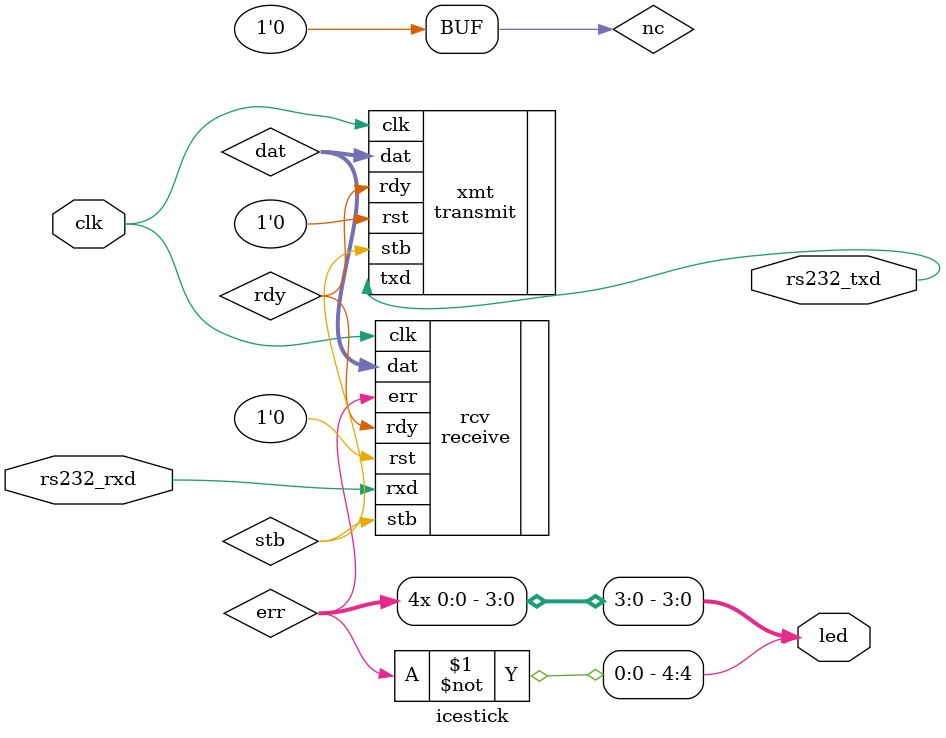
<source format=v>
module icestick (
  /* Discera 12 MHz oscilator */
  input  clk,
  /* FTDI FT2232H USB */
  input  rs232_rxd,
  // input  rs232_rts,
  // input  rs232_dtr,
  output rs232_txd,
  // output rs232_cts,
  // output rs232_dcd,
  // output rs232_dsr,
  /* Vishay TFDU4101 IrDA */
  // input  irda_rxd,
  // output irda_txd,
  // output irda_sd,
  /* LEDs */
  output [4:0] led,
  /* Diligent Pmod connector (2 x 6) */
  // inout [7:0] pmod,
  /* Expansion I/O (3.3 V) */
  // inout [15:0] gpio
);
  localparam FREQ = 12000000;
  localparam BAUD = 9600;

  wire err;
  wire stb;
  wire rdy;
  wire [7:0] dat;

  receive #(BAUD, FREQ) rcv (
    .clk(clk),
    .rst(1'b0),
    .rxd(rs232_rxd),
    .rdy(rdy),
    .stb(stb),
    .dat(dat),
    .err(err)
  );

  transmit #(BAUD, FREQ) xmt (
    .clk(clk),
    .rst(1'b0),
    .stb(stb),
    .dat(dat),
    .rdy(rdy),
    .txd(rs232_txd)
  );

  assign led = {~err, {4{err}}};

  wire nc = &{1'b0,
              1'b0};
endmodule

</source>
